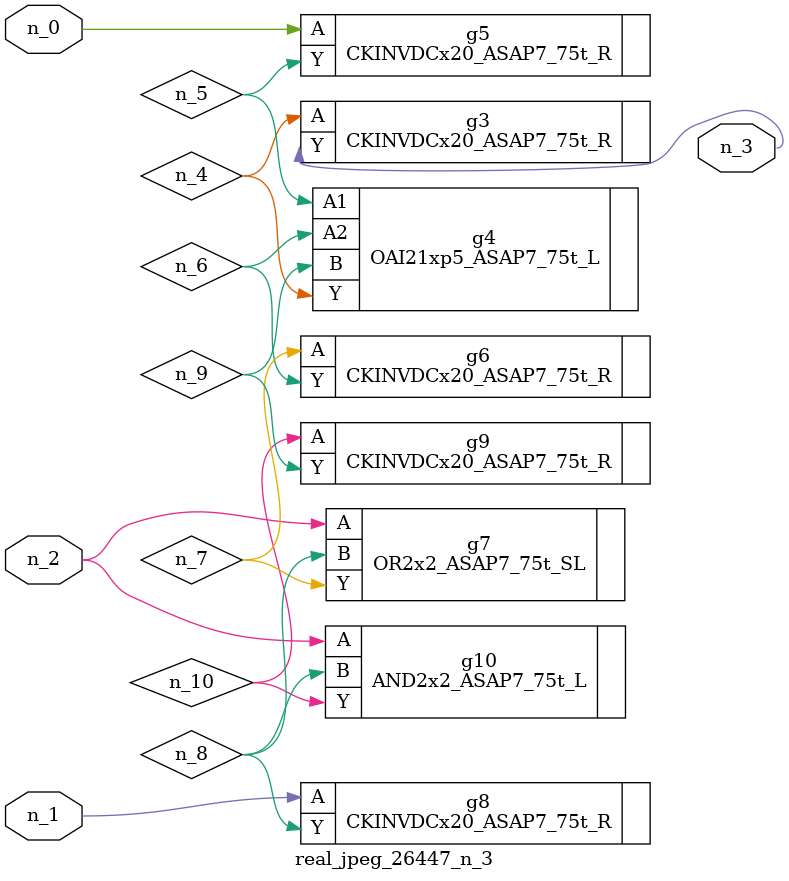
<source format=v>
module real_jpeg_26447_n_3 (n_1, n_0, n_2, n_3);

input n_1;
input n_0;
input n_2;

output n_3;

wire n_5;
wire n_8;
wire n_4;
wire n_6;
wire n_7;
wire n_10;
wire n_9;

CKINVDCx20_ASAP7_75t_R g5 ( 
.A(n_0),
.Y(n_5)
);

CKINVDCx20_ASAP7_75t_R g8 ( 
.A(n_1),
.Y(n_8)
);

OR2x2_ASAP7_75t_SL g7 ( 
.A(n_2),
.B(n_8),
.Y(n_7)
);

AND2x2_ASAP7_75t_L g10 ( 
.A(n_2),
.B(n_8),
.Y(n_10)
);

CKINVDCx20_ASAP7_75t_R g3 ( 
.A(n_4),
.Y(n_3)
);

OAI21xp5_ASAP7_75t_L g4 ( 
.A1(n_5),
.A2(n_6),
.B(n_9),
.Y(n_4)
);

CKINVDCx20_ASAP7_75t_R g6 ( 
.A(n_7),
.Y(n_6)
);

CKINVDCx20_ASAP7_75t_R g9 ( 
.A(n_10),
.Y(n_9)
);


endmodule
</source>
